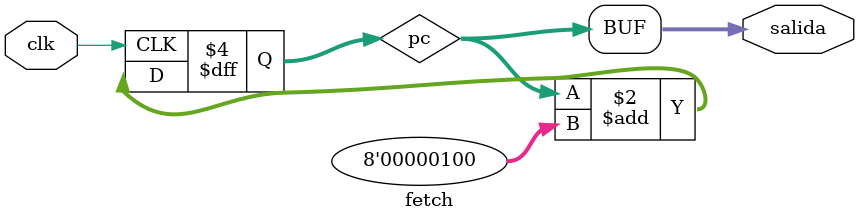
<source format=v>
module fetch
(
	input clk,
	output [7:0] salida
);

reg [7:0] pc;
initial begin
	pc = -4;
end

always @(posedge clk)begin
	pc <= pc+8'd4;
end

assign salida = pc;

endmodule 
</source>
